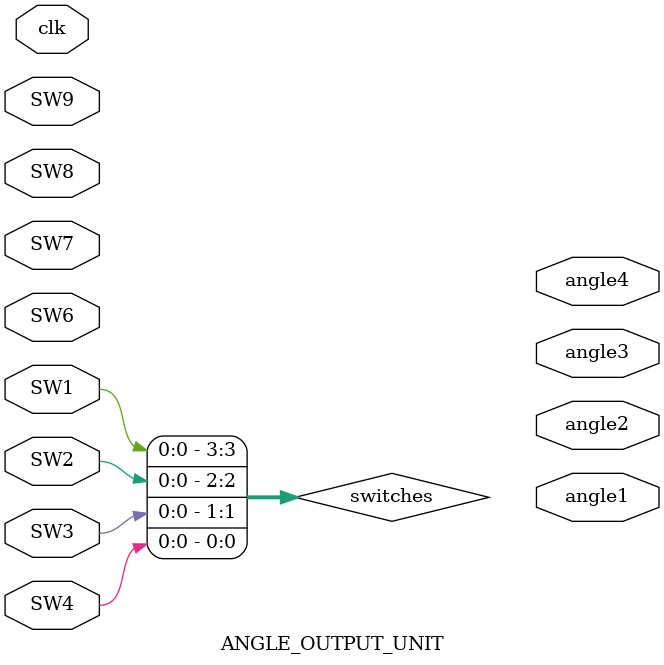
<source format=sv>
module ANGLE_OUTPUT_UNIT (
	output logic [7:0]angle1,
	output logic [7:0]angle2,
	output logic [7:0]angle3,
	output logic [7:0]angle4,
	input logic clk,
	input logic SW1,
	input logic SW2,
	input logic SW3,
	input logic SW4,
	input logic SW6,
	input logic SW7,
	input logic SW8,
	input logic SW9);
//	input logic [3:0]action,
//	input logic [5:0]maze_state);
	
	logic [3:0] switches;
	//logic [3:0] angleswitch;
	assign switches = {SW1,SW2,SW3,SW4};
	//assign angleswitch = {SW6,SW7,SW8,SW9};
	
////////////////True Angles/////////////// 
	//for reference 0 = N, 1 = E, 2 = S, 3 = W
//	always_ff @(posedge clk)
//	begin
//		case (maze_state)
//		6'd1: 
//			begin
//				if(action = 4'd0)
//				begin
//					
//				end
//				else if (action = 4'd1)
//				begin
//					
//				end
//				else if (action = 4'd2)
//				begin
//					
//				end
//				else if (action = 4'd3)
//				begin
//					
//				end
//			end
//		6'd2: 
//			begin
//				if(action = 4'd0)
//				begin
//					
//				end
//				else if (action = 4'd1)
//				begin
//					
//				end
//				else if (action = 4'd2)
//				begin
//					
//				end
//				else if (action = 4'd3)
//				begin
//					
//				end
//		endcase
//	end
//////////////idea///////////////////
//	//for reference 0 = N, 1 = E, 2 = S, 3 = W
//	always_ff @(posedge clk)
//	begin
//		case (maze_state)
//			6'd1:
//			begin
//				angle1 = 8'd30;//bot extension
//				angle2 = 8'd60;//bot rotation
//				angle3 = 8'd35;//top extension
//				angle4 = 8'd25;//end rotation
//			end
//			6'd2:
//			begin
//				angle1 = 8'd30;//bot extension
//				angle2 = 8'd70;//bot rotation
//				angle3 = 8'd30;//top extension
//				angle4 = 8'd20;//end rotation
//			end
//		///etc
//		endcase
//		//maybe use a state machine to control movements more carefully? Softer Pen?
//	end

/////////////////////////////////////
	//testing/backup code
//	always_ff @(posedge clk) 
//		begin
//			if (switches == 4'b0000 && SW9 == 1) //bot extension
//				angle1 = 8'd0;
//			else if (switches == 4'b1111 && SW9 == 1)
//				angle1 = 8'd180; 
//			else if (switches == 4'b1100 && SW9 == 1)
//				angle1 = 8'd90;
//		end
//	always_ff @(posedge clk) 
//		begin
//			if (switches == 4'b0000 && SW8 == 1)//bot rotation
//			//begin
//				angle2 = 8'd0;
//			else if (switches == 4'b1111 && SW8 == 1)
//				angle2 = 8'd180; 
//			else if (switches == 4'b1100 && SW8 == 1)
//				angle2 = 8'd90; 
//		end
//	always_ff @(posedge clk) 
//		begin
//			if (switches == 4'b0000 && SW7 == 1) //top extension
//			//begin
//				angle3 = 8'd0;
//			else if (switches == 4'b1111 && SW7 == 1)
//				angle3 = 8'd180; 
//			else if (switches == 4'b1100 && SW7 == 1)
//				angle3 = 8'd90; 
//		end
//	always_ff @(posedge clk) 
//		begin
//			if (switches == 4'b0000 && SW6 == 1)//end rotation
//			//begin
//				angle4 = 8'd0;
//			else if (switches == 4'b1111 && SW6 == 1)
//				angle4 = 8'd180; 
//			else if (switches == 4'b1100 && SW6 == 1)
//				angle4 = 8'd90;
//		end
///////////////////First Row////////////////////////////
//	always_ff @(posedge clk) 
//		begin
//			if (switches == 4'b1111 && SW9 == 1)  //maze_state  1
//			begin
//				angle1 = 8'd30;//bot extension
//				angle2 = 8'd60;//bot rotation
//				angle3 = 8'd34;//top extension
//				angle4 = 8'd10;//end rotation
//			end
//			else if (switches == 4'b1111 && SW8 == 1) //2
//			begin
//				angle1 = 8'd51;//bot extension
//				angle2 = 8'd65;//bot rotation
//				angle3 = 8'd65;//top extension
//				angle4 = 8'd0;//end rotation
//			end
//			else if (switches == 4'b1111 && SW7 == 1) //3
//			begin
//				angle1 = 8'd60;//bot extension
//				angle2 = 8'd78;//bot rotation
//				angle3 = 8'd30;//top extension
//				angle4 = 8'd105;//end rotation
//			end
//			else if (switches == 4'b1111 && SW6 == 1) //4
//			begin
//				angle1 = 8'd60;//bot extension
//				angle2 = 8'd90;//bot rotation
//				angle3 = 8'd30;//top extension
//				angle4 = 8'd105;//end rotation
//			end
//			else if (switches == 4'b0111 && SW7 == 1) //5
//			begin
//				angle1 = 8'd60;//bot extension
//				angle2 = 8'd115;//bot rotation
//				angle3 = 8'd30;//top extension
//				angle4 = 8'd105;//end rotation
//			end
//			else if (switches == 4'b0011 && SW7 == 1) //6
//			begin
//				angle1 = 8'd60;//bot extension
//				angle2 = 8'd120;//bot rotation
//				angle3 = 8'd35;//top extension
//				angle4 = 8'd110;//end rotation
//			end
//		end
/////////////////Row 2////////////////////////////
//	always_ff @(posedge clk) 
//		begin
//			if (switches == 4'b1111 && SW9 == 1)  //maze_state  6
//			begin
//				angle1 = 8'd30;//bot extension
//				angle2 = 8'd105;//bot rotation
//				angle3 = 8'd35;//top extension
//				angle4 = 8'd110;//end rotation
//			end
//			else if (switches == 4'b0011 && SW7 == 1) //12
//			begin
//				angle1 = 8'd60;//bot extension
//				angle2 = 8'd70;//bot rotation
//				angle3 = 8'd45;//top extension
//				angle4 = 8'd105;//end rotation
//			end
//			else if (switches == 4'b0111 && SW7 == 1) //11
//			begin
//				angle1 = 8'd60;//bot extension
//				angle2 = 8'd75;//bot rotation
//				angle3 = 8'd60;//top extension
//				angle4 = 8'd105;//end rotation
//			end
//			else if (switches == 4'b1111 && SW6 == 1) //10
//			begin
//				angle1 = 8'd60;//bot extension
//				angle2 = 8'd85;//bot rotation
//				angle3 = 8'd55;//top extension
//				angle4 = 8'd105;//end rotation
//			end
//			else if (switches == 4'b1111 && SW7 == 1) //9
//			begin
//				angle1 = 8'd60;//bot extension
//				angle2 = 8'd95;//bot rotation
//				angle3 = 8'd50;//top extension
//				angle4 = 8'd105;//end rotation
//			end
//			else if (switches == 4'b1111 && SW8 == 1) //8
//			begin
//				angle1 = 8'd45;//bot extension
//				angle2 = 8'd105;//bot rotation
//				angle3 = 8'd45;//top extension
//				angle4 = 8'd105;//end rotation
//			end
//		end
//////////////////////////////////////////////////
//		always_ff @(posedge clk) 
//		begin
//			if (switches == 4'b1111 && SW9 == 1)  //maze_state 3
//			begin
//				angle1 = 8'd30;//bot extension
//				angle2 = 8'd75;//bot rotation
//				angle3 = 8'd30;//top extension
//				angle4 = 8'd20;//end rotation
//			end
//			else 
//			begin
//				angle1 = 8'd0;
//				angle2 = 8'd0;
//				angle3 = 8'd0;
//				angle4 = 8'd0;
//			end
//		end
//	always_ff @(posedge clk) 
//		begin
//			if (switches == 4'b0000 && SW8 == 1)//bot rotation
//			//begin
//				angle2 = 8'd0;
//			else if (switches == 4'b1111 && SW8 == 1)
//				angle2 = 8'd180; 
//			else if (switches == 4'b1100 && SW8 == 1)
//				angle2 = 8'd90; 
//		end
//	always_ff @(posedge clk) 
//		begin
//			if (switches == 4'b0000 && SW7 == 1) //top extension
//			//begin
//				angle3 = 8'd0;
//			else if (switches == 4'b1111 && SW7 == 1)
//				angle3 = 8'd180; 
//			else if (switches == 4'b1100 && SW7 == 1)
//				angle3 = 8'd90; 
//		end
//	always_ff @(posedge clk) 
//		begin
//			if (switches == 4'b0000 && SW6 == 1)//bot extension
//			//begin
//				angle4 = 8'd0;
//			else if (switches == 4'b1111 && SW6 == 1)
//				angle4 = 8'd180; 
//			else if (switches == 4'b1100 && SW6 == 1)
//				angle4 = 8'd90;
//		end
endmodule

</source>
